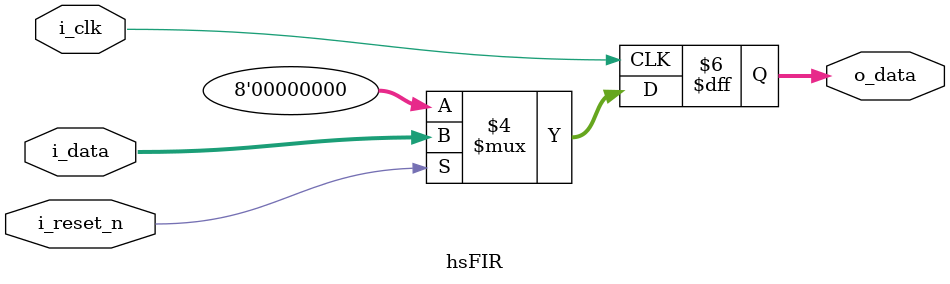
<source format=v>

`default_nettype none
`timescale 1ps/1ps

module hsFIR(
    input   wire    [0:0]   i_clk,
    input   wire    [0:0]   i_reset_n,
    input   wire    [7:0]   i_data,
    output  reg     [7:0]   o_data
);

always @(posedge i_clk) begin
    if(!i_reset_n) begin
        o_data <= 8'h00;
    end else begin
        o_data <= i_data;
    end
end

// =============================================================================
// File        : Formal Properties for hsFIR.v
// Author      : @fjpolo
// email       : fjpolo@gmail.com
// Description : <Brief description of the module or file>
// License     : MIT License
//
// Copyright (c) 2025 | @fjpolo
//
// Permission is hereby granted, free of charge, to any person obtaining a copy
// of this software and associated documentation files (the "Software"), to deal
// in the Software without restriction, including without limitation the rights
// to use, copy, modify, merge, publish, distribute, sublicense, and/or sell
// copies of the Software, and to permit persons to whom the Software is
// furnished to do so, subject to the following conditions:
//
// The above copyright notice and this permission notice shall be included in all
// copies or substantial portions of the Software.
//
// THE SOFTWARE IS PROVIDED "AS IS", WITHOUT WARRANTY OF ANY KIND, EXPRESS OR
// IMPLIED, INCLUDING BUT NOT LIMITED TO THE WARRANTIES OF MERCHANTABILITY,
// FITNESS FOR A PARTICULAR PURPOSE AND NONINFRINGEMENT. IN NO EVENT SHALL THE
// AUTHORS OR COPYRIGHT HOLDERS BE LIABLE FOR ANY CLAIM, DAMAGES OR OTHER
// LIABILITY, WHETHER IN AN ACTION OF CONTRACT, TORT OR OTHERWISE, ARISING FROM,
// OUT OF OR IN CONNECTION WITH THE SOFTWARE OR THE USE OR OTHER DEALINGS IN THE
// SOFTWARE.
// =============================================================================
`ifdef	FORMAL
// Change direction of assumes
`define	ASSERT	assert
`ifdef	hsFIR
`define	ASSUME	assume
`else
`define	ASSUME	assert
`endif

    ////////////////////////////////////////////////////
	//
	// f_past_valid register
	//
	////////////////////////////////////////////////////
	reg	f_past_valid;
	initial	f_past_valid = 0;
	always @(posedge i_clk)
		f_past_valid <= 1'b1;



    ////////////////////////////////////////////////////
	//
	// Reset
	//
	////////////////////////////////////////////////////

    ////////////////////////////////////////////////////
	//
	// BMC
	//
	////////////////////////////////////////////////////

    ////////////////////////////////////////////////////
	//
	// Contract
	//
	////////////////////////////////////////////////////   

    ////////////////////////////////////////////////////
	//
	// Induction
	//
	////////////////////////////////////////////////////
    
	////////////////////////////////////////////////////
	//
	// Cover
	//
	////////////////////////////////////////////////////     
           
`endif

endmodule

</source>
